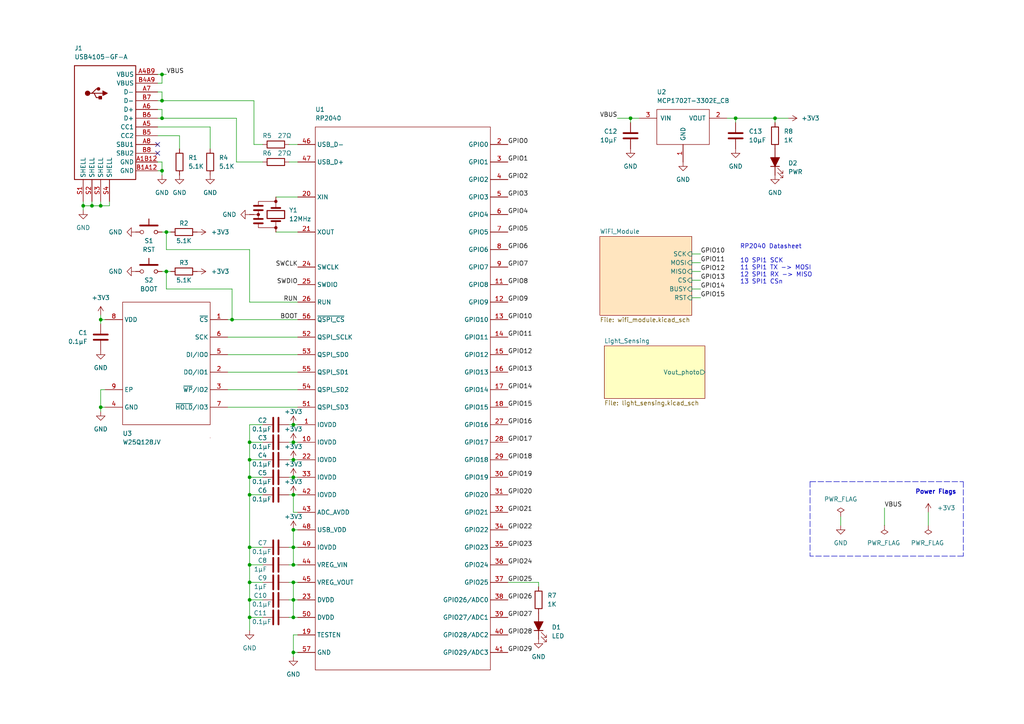
<source format=kicad_sch>
(kicad_sch (version 20211123) (generator eeschema)
  (paper "A4")
  (lib_symbols
    (symbol "Device:C" (pin_numbers hide) (pin_names (offset 0.254))
      (property "Reference" "C" (at 0.635 2.54 0))
      (property "Value" "C" (at 0.635 -2.54 0))
      (symbol "C_0_1"
        (polyline (pts (xy -2.032 -0.762) (xy 2.032 -0.762)) (stroke (width 0.508)))
        (polyline (pts (xy -2.032 0.762) (xy 2.032 0.762)) (stroke (width 0.508)))
      )
      (symbol "C_1_1"
        (pin passive line (at 0 3.81 270) (length 2.794) (name "~") (number "1"))
        (pin passive line (at 0 -3.81 90) (length 2.794) (name "~") (number "2"))
      )
    )
    (symbol "Device:LED_Filled" (pin_numbers hide) (pin_names (offset 1.016) hide)
      (property "Reference" "D" (at 0 2.54 0))
      (property "Value" "LED_Filled" (at 0 -2.54 0))
      (symbol "LED_Filled_0_1"
        (polyline (pts (xy -1.27 -1.27) (xy -1.27 1.27)) (stroke (width 0.254)))
        (polyline (pts (xy -1.27 0) (xy 1.27 0)))
        (polyline (pts (xy 1.27 -1.27) (xy 1.27 1.27) (xy -1.27 0) (xy 1.27 -1.27)) (stroke (width 0.254)) (fill (type outline)))
        (polyline (pts (xy -3.048 -0.762) (xy -4.572 -2.286) (xy -3.81 -2.286) (xy -4.572 -2.286) (xy -4.572 -1.524)))
        (polyline (pts (xy -1.778 -0.762) (xy -3.302 -2.286) (xy -2.54 -2.286) (xy -3.302 -2.286) (xy -3.302 -1.524)))
      )
      (symbol "LED_Filled_1_1"
        (pin passive line (at -3.81 0 0) (length 2.54) (name "K") (number "1"))
        (pin passive line (at 3.81 0 180) (length 2.54) (name "A") (number "2"))
      )
    )
    (symbol "Device:R" (pin_numbers hide) (pin_names (offset 0))
      (property "Reference" "R" (at 2.032 0 90))
      (property "Value" "R" (at 0 0 90))
      (symbol "R_0_1"
        (rectangle (start -1.016 -2.54) (end 1.016 2.54) (stroke (width 0.254)))
      )
      (symbol "R_1_1"
        (pin passive line (at 0 3.81 270) (length 1.27) (name "~") (number "1"))
        (pin passive line (at 0 -3.81 90) (length 1.27) (name "~") (number "2"))
      )
    )
    (symbol "Eclectronics:Crystal" (pin_numbers hide) (pin_names (offset 1.016) hide)
      (property "Reference" "Y" (at 0 7.62 0))
      (property "Value" "Crystal" (at 0 5.08 0))
      (symbol "Crystal_0_1"
        (circle (center -3.81 0) (radius 0.2794) (stroke (width 0.381)))
        (circle (center -3.81 0.127) (radius 0.0001))
        (rectangle (start -1.143 2.54) (end 1.143 -2.54) (stroke (width 0.3048)))
        (circle (center 0 -5.08) (radius 0.2794) (stroke (width 0.381)))
        (polyline (pts (xy -3.81 0) (xy -1.905 0)))
        (polyline (pts (xy -2.54 -3.81) (xy -2.54 -6.35)) (stroke (width 0.508)))
        (polyline (pts (xy -1.905 -1.27) (xy -1.905 1.27)) (stroke (width 0.508)))
        (polyline (pts (xy -1.27 -5.08) (xy 1.27 -5.08)))
        (polyline (pts (xy -1.27 -3.81) (xy -1.27 -6.35)) (stroke (width 0.508)))
        (polyline (pts (xy 0 -6.35) (xy 0 -5.08)))
        (polyline (pts (xy 1.27 -3.81) (xy 1.27 -6.35)) (stroke (width 0.508)))
        (polyline (pts (xy 1.905 -1.27) (xy 1.905 1.27)) (stroke (width 0.508)))
        (polyline (pts (xy 2.54 -3.81) (xy 2.54 -6.35)) (stroke (width 0.508)))
        (polyline (pts (xy 3.81 0) (xy 1.905 0)))
        (polyline (pts (xy -3.81 0) (xy -3.81 -5.08) (xy -2.54 -5.08)))
        (polyline (pts (xy 2.54 -5.08) (xy 3.81 -5.08) (xy 3.81 0)))
        (circle (center 3.81 0) (radius 0.2794) (stroke (width 0.381)))
      )
      (symbol "Crystal_1_1"
        (pin passive line (at -5.08 0 0) (length 1.27) (name "1") (number "1"))
        (pin passive line (at 0 -7.62 90) (length 1.27) (name "2") (number "2"))
        (pin passive line (at 5.08 0 180) (length 1.27) (name "3") (number "3"))
      )
    )
    (symbol "Eclectronics:MCP1702T-3302E_CB" (pin_names (offset 1.016))
      (property "Reference" "U" (at 0 8.89 0))
      (property "Value" "MCP1702T-3302E_CB" (at 0 6.35 0))
      (symbol "MCP1702T-3302E_CB_0_1"
        (rectangle (start 7.62 5.08) (end -7.62 -5.08))
      )
      (symbol "MCP1702T-3302E_CB_1_1"
        (pin input line (at 0 -10.16 90) (length 5.08) (name "GND") (number "1"))
        (pin input line (at 12.7 2.54 180) (length 5.08) (name "VOUT") (number "2"))
        (pin input line (at -12.7 2.54 0) (length 5.08) (name "VIN") (number "3"))
      )
    )
    (symbol "Eclectronics:RP2040"
      (property "Reference" "U" (at -25.4 82.55 0))
      (property "Value" "RP2040" (at -25.4 80.01 0))
      (symbol "RP2040_0_1"
        (rectangle (start -25.4 78.74) (end 25.4 -78.74))
        (rectangle (start 22.86 73.66) (end 22.86 73.66))
        (rectangle (start 22.86 73.66) (end 22.86 73.66))
      )
      (symbol "RP2040_1_1"
        (pin power_in line (at -30.48 -7.62 0) (length 5.08) (name "IOVDD") (number "1"))
        (pin power_in line (at -30.48 -12.7 0) (length 5.08) (name "IOVDD") (number "10"))
        (pin bidirectional line (at 30.48 33.02 180) (length 5.08) (name "GPIO8") (number "11"))
        (pin bidirectional line (at 30.48 27.94 180) (length 5.08) (name "GPIO9") (number "12"))
        (pin bidirectional line (at 30.48 22.86 180) (length 5.08) (name "GPIO10") (number "13"))
        (pin bidirectional line (at 30.48 17.78 180) (length 5.08) (name "GPIO11") (number "14"))
        (pin bidirectional line (at 30.48 12.7 180) (length 5.08) (name "GPIO12") (number "15"))
        (pin bidirectional line (at 30.48 7.62 180) (length 5.08) (name "GPIO13") (number "16"))
        (pin bidirectional line (at 30.48 2.54 180) (length 5.08) (name "GPIO14") (number "17"))
        (pin bidirectional line (at 30.48 -2.54 180) (length 5.08) (name "GPIO15") (number "18"))
        (pin input line (at -30.48 -68.58 0) (length 5.08) (name "TESTEN") (number "19"))
        (pin bidirectional line (at 30.48 73.66 180) (length 5.08) (name "GPIO0") (number "2"))
        (pin bidirectional line (at -30.48 58.42 0) (length 5.08) (name "XIN") (number "20"))
        (pin bidirectional line (at -30.48 48.26 0) (length 5.08) (name "XOUT") (number "21"))
        (pin power_in line (at -30.48 -17.78 0) (length 5.08) (name "IOVDD") (number "22"))
        (pin power_in line (at -30.48 -58.42 0) (length 5.08) (name "DVDD") (number "23"))
        (pin bidirectional line (at -30.48 38.1 0) (length 5.08) (name "SWCLK") (number "24"))
        (pin bidirectional line (at -30.48 33.02 0) (length 5.08) (name "SWDIO") (number "25"))
        (pin bidirectional line (at -30.48 27.94 0) (length 5.08) (name "RUN") (number "26"))
        (pin bidirectional line (at 30.48 -7.62 180) (length 5.08) (name "GPIO16") (number "27"))
        (pin bidirectional line (at 30.48 -12.7 180) (length 5.08) (name "GPIO17") (number "28"))
        (pin bidirectional line (at 30.48 -17.78 180) (length 5.08) (name "GPIO18") (number "29"))
        (pin bidirectional line (at 30.48 68.58 180) (length 5.08) (name "GPIO1") (number "3"))
        (pin bidirectional line (at 30.48 -22.86 180) (length 5.08) (name "GPIO19") (number "30"))
        (pin bidirectional line (at 30.48 -27.94 180) (length 5.08) (name "GPIO20") (number "31"))
        (pin bidirectional line (at 30.48 -33.02 180) (length 5.08) (name "GPIO21") (number "32"))
        (pin power_in line (at -30.48 -22.86 0) (length 5.08) (name "IOVDD") (number "33"))
        (pin bidirectional line (at 30.48 -38.1 180) (length 5.08) (name "GPIO22") (number "34"))
        (pin bidirectional line (at 30.48 -43.18 180) (length 5.08) (name "GPIO23") (number "35"))
        (pin bidirectional line (at 30.48 -48.26 180) (length 5.08) (name "GPIO24") (number "36"))
        (pin bidirectional line (at 30.48 -53.34 180) (length 5.08) (name "GPIO25") (number "37"))
        (pin bidirectional line (at 30.48 -58.42 180) (length 5.08) (name "GPIO26/ADC0") (number "38"))
        (pin bidirectional line (at 30.48 -63.5 180) (length 5.08) (name "GPIO27/ADC1") (number "39"))
        (pin bidirectional line (at 30.48 63.5 180) (length 5.08) (name "GPIO2") (number "4"))
        (pin bidirectional line (at 30.48 -68.58 180) (length 5.08) (name "GPIO28/ADC2") (number "40"))
        (pin bidirectional line (at 30.48 -73.66 180) (length 5.08) (name "GPIO29/ADC3") (number "41"))
        (pin power_in line (at -30.48 -27.94 0) (length 5.08) (name "IOVDD") (number "42"))
        (pin power_in line (at -30.48 -33.02 0) (length 5.08) (name "ADC_AVDD") (number "43"))
        (pin power_in line (at -30.48 -48.26 0) (length 5.08) (name "VREG_VIN") (number "44"))
        (pin power_out line (at -30.48 -53.34 0) (length 5.08) (name "VREG_VOUT") (number "45"))
        (pin bidirectional line (at -30.48 73.66 0) (length 5.08) (name "USB_D-") (number "46"))
        (pin bidirectional line (at -30.48 68.58 0) (length 5.08) (name "USB_D+") (number "47"))
        (pin power_in line (at -30.48 -38.1 0) (length 5.08) (name "USB_VDD") (number "48"))
        (pin power_in line (at -30.48 -43.18 0) (length 5.08) (name "IOVDD") (number "49"))
        (pin bidirectional line (at 30.48 58.42 180) (length 5.08) (name "GPIO3") (number "5"))
        (pin power_in line (at -30.48 -63.5 0) (length 5.08) (name "DVDD") (number "50"))
        (pin bidirectional line (at -30.48 -2.54 0) (length 5.08) (name "QSPI_SD3") (number "51"))
        (pin bidirectional line (at -30.48 17.78 0) (length 5.08) (name "QSPI_SCLK") (number "52"))
        (pin bidirectional line (at -30.48 12.7 0) (length 5.08) (name "QSPI_SD0") (number "53"))
        (pin bidirectional line (at -30.48 2.54 0) (length 5.08) (name "QSPI_SD2") (number "54"))
        (pin bidirectional line (at -30.48 7.62 0) (length 5.08) (name "QSPI_SD1") (number "55"))
        (pin bidirectional line (at -30.48 22.86 0) (length 5.08) (name "~{QSPI_CS}") (number "56"))
        (pin power_in line (at -30.48 -73.66 0) (length 5.08) (name "GND") (number "57"))
        (pin bidirectional line (at 30.48 53.34 180) (length 5.08) (name "GPIO4") (number "6"))
        (pin bidirectional line (at 30.48 48.26 180) (length 5.08) (name "GPIO5") (number "7"))
        (pin bidirectional line (at 30.48 43.18 180) (length 5.08) (name "GPIO6") (number "8"))
        (pin bidirectional line (at 30.48 38.1 180) (length 5.08) (name "GPIO7") (number "9"))
      )
    )
    (symbol "Eclectronics:SW" (pin_numbers hide) (pin_names (offset 1.016) hide)
      (property "Reference" "S" (at 1.27 2.54 0))
      (property "Value" "SW" (at 1.27 -2.54 0))
      (symbol "SW_0_1"
        (circle (center 0 -2.032) (radius 0.508))
        (polyline (pts (xy -1.905 -2.54) (xy -1.905 2.54)) (stroke (width 0.508)))
        (polyline (pts (xy -1.905 0) (xy -3.81 0)) (stroke (width 0.254)))
        (circle (center 0 2.032) (radius 0.508))
        (circle (center 0 2.032) (radius 0.508))
      )
      (symbol "SW_1_1"
        (pin input line (at 0 -3.81 90) (length 1.27) (name "1") (number "1"))
        (pin input line (at 0 3.81 270) (length 1.27) (name "2") (number "2"))
      )
    )
    (symbol "Eclectronics:USB4105-GF-A"
      (property "Reference" "J" (at -8.89 20.32 0))
      (property "Value" "USB4105-GF-A" (at -8.89 17.78 0))
      (symbol "USB4105-GF-A_0_1"
        (rectangle (start -8.89 16.51) (end 8.89 -16.51) (stroke (width 0.254)))
        (circle (center -5.08 8.509) (radius 0.635) (stroke (width 0.254)) (fill (type outline)))
        (circle (center -1.905 9.779) (radius 0.381) (stroke (width 0.254)) (fill (type outline)))
        (rectangle (start -1.016 7.62) (end -1.778 6.858) (stroke (width 0.254)) (fill (type outline)))
        (polyline (pts (xy -3.175 8.509) (xy -0.635 8.509)) (stroke (width 0.254)))
        (polyline (pts (xy -4.445 8.509) (xy -3.81 8.509) (xy -2.54 9.779) (xy -1.905 9.779)) (stroke (width 0.254)))
        (polyline (pts (xy -3.81 8.509) (xy -3.175 8.509) (xy -2.54 7.239) (xy -1.27 7.239)) (stroke (width 0.254)))
        (polyline (pts (xy -0.635 9.144) (xy -0.635 7.874) (xy 0.635 8.509) (xy -0.635 9.144)) (stroke (width 0.254)) (fill (type outline)))
      )
      (symbol "USB4105-GF-A_1_1"
        (pin power_in line (at 15.24 -11.43 180) (length 6.35) (name "GND") (number "A1B12"))
        (pin power_in line (at 15.24 13.97 180) (length 6.35) (name "VBUS") (number "A4B9"))
        (pin bidirectional line (at 15.24 -1.27 180) (length 6.35) (name "CC1") (number "A5"))
        (pin bidirectional line (at 15.24 3.81 180) (length 6.35) (name "D+") (number "A6"))
        (pin bidirectional line (at 15.24 8.89 180) (length 6.35) (name "D-") (number "A7"))
        (pin bidirectional line (at 15.24 -6.35 180) (length 6.35) (name "SBU1") (number "A8"))
        (pin power_in line (at 15.24 -13.97 180) (length 6.35) (name "GND") (number "B1A12"))
        (pin power_in line (at 15.24 11.43 180) (length 6.35) (name "VBUS") (number "B4A9"))
        (pin bidirectional line (at 15.24 -3.81 180) (length 6.35) (name "CC2") (number "B5"))
        (pin bidirectional line (at 15.24 1.27 180) (length 6.35) (name "D+") (number "B6"))
        (pin bidirectional line (at 15.24 6.35 180) (length 6.35) (name "D-") (number "B7"))
        (pin bidirectional line (at 15.24 -8.89 180) (length 6.35) (name "SBU2") (number "B8"))
        (pin power_in line (at -6.35 -22.86 90) (length 6.35) (name "SHELL") (number "S1"))
        (pin power_in line (at -3.81 -22.86 90) (length 6.35) (name "SHELL") (number "S2"))
        (pin power_in line (at -1.27 -22.86 90) (length 6.35) (name "SHELL") (number "S3"))
        (pin power_in line (at 1.27 -22.86 90) (length 6.35) (name "SHELL") (number "S4"))
      )
    )
    (symbol "Eclectronics:W25Q128JV"
      (property "Reference" "U" (at -12.7 21.59 0))
      (property "Value" "W25Q128JV" (at -12.7 19.05 0))
      (symbol "W25Q128JV_0_1"
        (rectangle (start -12.7 17.78) (end 12.7 -17.78))
        (rectangle (start 12.7 -21.59) (end 12.7 -21.59))
      )
      (symbol "W25Q128JV_1_1"
        (pin input line (at 17.78 12.7 180) (length 5.08) (name "~{CS}") (number "1"))
        (pin bidirectional line (at 17.78 -2.54 180) (length 5.08) (name "DO/IO1") (number "2"))
        (pin bidirectional line (at 17.78 -7.62 180) (length 5.08) (name "~{WP}/IO2") (number "3"))
        (pin power_in line (at -17.78 -12.7 0) (length 5.08) (name "GND") (number "4"))
        (pin bidirectional line (at 17.78 2.54 180) (length 5.08) (name "DI/IO0") (number "5"))
        (pin input line (at 17.78 7.62 180) (length 5.08) (name "SCK") (number "6"))
        (pin bidirectional line (at 17.78 -12.7 180) (length 5.08) (name "~{HOLD}/IO3") (number "7"))
        (pin power_in line (at -17.78 12.7 0) (length 5.08) (name "VDD") (number "8"))
        (pin power_in line (at -17.78 -7.62 0) (length 5.08) (name "EP") (number "9"))
      )
    )
    (symbol "power:+3V3" (power) (pin_names (offset 0))
      (property "Value" "+3V3" (at 0 3.556 0))
      (symbol "+3V3_0_1"
        (polyline (pts (xy -0.762 1.27) (xy 0 2.54)))
        (polyline (pts (xy 0 0) (xy 0 2.54)))
        (polyline (pts (xy 0 2.54) (xy 0.762 1.27)))
      )
      (symbol "+3V3_1_1"
        (pin power_in line (at 0 0 90) (length 0) hide (name "+3V3") (number "1"))
      )
    )
    (symbol "power:GND" (power) (pin_names (offset 0))
      (property "Value" "GND" (at 0 -3.81 0))
      (symbol "GND_0_1"
        (polyline (pts (xy 0 0) (xy 0 -1.27) (xy 1.27 -1.27) (xy 0 -2.54) (xy -1.27 -1.27) (xy 0 -1.27)))
      )
      (symbol "GND_1_1"
        (pin power_in line (at 0 0 270) (length 0) hide (name "GND") (number "1"))
      )
    )
    (symbol "power:PWR_FLAG" (power) (pin_numbers hide) (pin_names (offset 0) hide)
      (property "Value" "PWR_FLAG" (at 0 3.81 0))
      (symbol "PWR_FLAG_0_0"
        (pin power_out line (at 0 0 90) (length 0) (name "pwr") (number "1"))
      )
      (symbol "PWR_FLAG_0_1"
        (polyline (pts (xy 0 0) (xy 0 1.27) (xy -1.016 1.905) (xy 0 2.54) (xy 1.016 1.905) (xy 0 1.27)))
      )
    )
  )
  (junction (at 72.39 138.43))
  (junction (at 46.99 34.29))
  (junction (at 85.09 189.23))
  (junction (at 48.26 78.74))
  (junction (at 85.09 138.43))
  (junction (at 72.39 173.99))
  (junction (at 29.21 59.69))
  (junction (at 72.39 143.51))
  (junction (at 85.09 143.51))
  (junction (at 26.67 59.69))
  (junction (at 85.09 168.91))
  (junction (at 48.26 67.31))
  (junction (at 85.09 123.19))
  (junction (at 224.79 34.29))
  (junction (at 46.99 49.53))
  (junction (at 85.09 128.27))
  (junction (at 72.39 128.27))
  (junction (at 67.31 92.71))
  (junction (at 72.39 158.75))
  (junction (at 72.39 168.91))
  (junction (at 85.09 153.67))
  (junction (at 85.09 173.99))
  (junction (at 85.09 158.75))
  (junction (at 85.09 163.83))
  (junction (at 182.88 34.29))
  (junction (at 72.39 163.83))
  (junction (at 29.21 118.11))
  (junction (at 72.39 179.07))
  (junction (at 46.99 21.59))
  (junction (at 213.36 34.29))
  (junction (at 85.09 133.35))
  (junction (at 72.39 133.35))
  (junction (at 46.99 29.21))
  (junction (at 24.13 59.69))
  (junction (at 85.09 179.07))
  (junction (at 29.21 92.71))
  (no_connect (at 45.72 41.91))
  (no_connect (at 45.72 44.45))
  (polyline (pts (xy 279.4 139.7) (xy 279.4 161.29)))
  (wire (pts (xy 85.09 143.51) (xy 86.36 143.51)))
  (wire (pts (xy 200.66 73.66) (xy 203.2 73.66)))
  (wire (pts (xy 45.72 39.37) (xy 52.07 39.37)))
  (wire (pts (xy 46.99 31.75) (xy 45.72 31.75)))
  (wire (pts (xy 45.72 34.29) (xy 46.99 34.29)))
  (polyline (pts (xy 279.4 161.29) (xy 234.95 161.29)))
  (wire (pts (xy 83.82 173.99) (xy 85.09 173.99)))
  (wire (pts (xy 67.31 92.71) (xy 86.36 92.71)))
  (wire (pts (xy 66.04 113.03) (xy 86.36 113.03)))
  (wire (pts (xy 72.39 128.27) (xy 72.39 123.19)))
  (wire (pts (xy 72.39 143.51) (xy 76.2 143.51)))
  (wire (pts (xy 83.82 133.35) (xy 85.09 133.35)))
  (wire (pts (xy 72.39 138.43) (xy 76.2 138.43)))
  (wire (pts (xy 83.82 138.43) (xy 85.09 138.43)))
  (wire (pts (xy 29.21 92.71) (xy 30.48 92.71)))
  (wire (pts (xy 72.39 143.51) (xy 72.39 138.43)))
  (wire (pts (xy 85.09 148.59) (xy 86.36 148.59)))
  (wire (pts (xy 147.32 168.91) (xy 156.21 168.91)))
  (wire (pts (xy 182.88 34.29) (xy 185.42 34.29)))
  (wire (pts (xy 85.09 143.51) (xy 85.09 148.59)))
  (wire (pts (xy 46.99 46.99) (xy 46.99 49.53)))
  (wire (pts (xy 46.99 21.59) (xy 48.26 21.59)))
  (wire (pts (xy 85.09 189.23) (xy 85.09 190.5)))
  (wire (pts (xy 29.21 118.11) (xy 29.21 119.38)))
  (wire (pts (xy 72.39 72.39) (xy 72.39 87.63)))
  (wire (pts (xy 29.21 93.98) (xy 29.21 92.71)))
  (wire (pts (xy 72.39 163.83) (xy 72.39 158.75)))
  (wire (pts (xy 200.66 78.74) (xy 203.2 78.74)))
  (wire (pts (xy 46.99 49.53) (xy 46.99 50.8)))
  (wire (pts (xy 85.09 158.75) (xy 86.36 158.75)))
  (wire (pts (xy 85.09 163.83) (xy 86.36 163.83)))
  (polyline (pts (xy 234.95 139.7) (xy 234.95 161.29)))
  (wire (pts (xy 73.66 29.21) (xy 73.66 41.91)))
  (wire (pts (xy 68.58 46.99) (xy 76.2 46.99)))
  (wire (pts (xy 45.72 36.83) (xy 60.96 36.83)))
  (wire (pts (xy 80.01 57.15) (xy 86.36 57.15)))
  (wire (pts (xy 213.36 34.29) (xy 213.36 35.56)))
  (wire (pts (xy 86.36 184.15) (xy 85.09 184.15)))
  (wire (pts (xy 86.36 123.19) (xy 85.09 123.19)))
  (wire (pts (xy 80.01 67.31) (xy 86.36 67.31)))
  (wire (pts (xy 200.66 83.82) (xy 203.2 83.82)))
  (wire (pts (xy 66.04 102.87) (xy 86.36 102.87)))
  (wire (pts (xy 24.13 58.42) (xy 24.13 59.69)))
  (wire (pts (xy 85.09 179.07) (xy 86.36 179.07)))
  (wire (pts (xy 46.99 29.21) (xy 45.72 29.21)))
  (wire (pts (xy 72.39 158.75) (xy 76.2 158.75)))
  (wire (pts (xy 269.24 148.59) (xy 269.24 152.4)))
  (wire (pts (xy 26.67 58.42) (xy 26.67 59.69)))
  (wire (pts (xy 213.36 34.29) (xy 224.79 34.29)))
  (wire (pts (xy 72.39 163.83) (xy 76.2 163.83)))
  (wire (pts (xy 66.04 118.11) (xy 86.36 118.11)))
  (wire (pts (xy 48.26 83.82) (xy 67.31 83.82)))
  (wire (pts (xy 83.82 168.91) (xy 85.09 168.91)))
  (wire (pts (xy 83.82 46.99) (xy 86.36 46.99)))
  (wire (pts (xy 224.79 34.29) (xy 228.6 34.29)))
  (wire (pts (xy 45.72 46.99) (xy 46.99 46.99)))
  (wire (pts (xy 48.26 67.31) (xy 49.53 67.31)))
  (wire (pts (xy 29.21 113.03) (xy 29.21 118.11)))
  (wire (pts (xy 86.36 168.91) (xy 85.09 168.91)))
  (wire (pts (xy 85.09 153.67) (xy 86.36 153.67)))
  (wire (pts (xy 30.48 118.11) (xy 29.21 118.11)))
  (wire (pts (xy 48.26 72.39) (xy 72.39 72.39)))
  (wire (pts (xy 72.39 133.35) (xy 76.2 133.35)))
  (wire (pts (xy 72.39 123.19) (xy 76.2 123.19)))
  (wire (pts (xy 24.13 59.69) (xy 26.67 59.69)))
  (wire (pts (xy 46.99 67.31) (xy 48.26 67.31)))
  (wire (pts (xy 30.48 113.03) (xy 29.21 113.03)))
  (wire (pts (xy 72.39 87.63) (xy 86.36 87.63)))
  (wire (pts (xy 83.82 179.07) (xy 85.09 179.07)))
  (wire (pts (xy 156.21 170.18) (xy 156.21 168.91)))
  (wire (pts (xy 72.39 168.91) (xy 72.39 163.83)))
  (wire (pts (xy 72.39 138.43) (xy 72.39 133.35)))
  (wire (pts (xy 83.82 163.83) (xy 85.09 163.83)))
  (wire (pts (xy 46.99 49.53) (xy 45.72 49.53)))
  (wire (pts (xy 200.66 81.28) (xy 203.2 81.28)))
  (wire (pts (xy 48.26 67.31) (xy 48.26 72.39)))
  (wire (pts (xy 52.07 39.37) (xy 52.07 43.18)))
  (wire (pts (xy 66.04 107.95) (xy 86.36 107.95)))
  (wire (pts (xy 46.99 34.29) (xy 46.99 31.75)))
  (wire (pts (xy 48.26 78.74) (xy 49.53 78.74)))
  (wire (pts (xy 29.21 58.42) (xy 29.21 59.69)))
  (wire (pts (xy 46.99 78.74) (xy 48.26 78.74)))
  (wire (pts (xy 83.82 158.75) (xy 85.09 158.75)))
  (wire (pts (xy 83.82 143.51) (xy 85.09 143.51)))
  (wire (pts (xy 72.39 128.27) (xy 76.2 128.27)))
  (wire (pts (xy 45.72 21.59) (xy 46.99 21.59)))
  (wire (pts (xy 72.39 173.99) (xy 76.2 173.99)))
  (wire (pts (xy 31.75 59.69) (xy 31.75 58.42)))
  (wire (pts (xy 72.39 133.35) (xy 72.39 128.27)))
  (wire (pts (xy 60.96 36.83) (xy 60.96 43.18)))
  (wire (pts (xy 46.99 24.13) (xy 45.72 24.13)))
  (wire (pts (xy 48.26 78.74) (xy 48.26 83.82)))
  (wire (pts (xy 85.09 184.15) (xy 85.09 189.23)))
  (wire (pts (xy 24.13 60.96) (xy 24.13 59.69)))
  (wire (pts (xy 72.39 143.51) (xy 72.39 158.75)))
  (wire (pts (xy 29.21 91.44) (xy 29.21 92.71)))
  (wire (pts (xy 85.09 173.99) (xy 85.09 179.07)))
  (wire (pts (xy 85.09 173.99) (xy 86.36 173.99)))
  (wire (pts (xy 45.72 26.67) (xy 46.99 26.67)))
  (wire (pts (xy 72.39 173.99) (xy 72.39 168.91)))
  (wire (pts (xy 68.58 34.29) (xy 68.58 46.99)))
  (wire (pts (xy 200.66 86.36) (xy 203.2 86.36)))
  (wire (pts (xy 72.39 168.91) (xy 76.2 168.91)))
  (wire (pts (xy 83.82 128.27) (xy 85.09 128.27)))
  (wire (pts (xy 29.21 59.69) (xy 31.75 59.69)))
  (wire (pts (xy 66.04 97.79) (xy 86.36 97.79)))
  (wire (pts (xy 85.09 138.43) (xy 86.36 138.43)))
  (wire (pts (xy 243.84 149.86) (xy 243.84 152.4)))
  (wire (pts (xy 67.31 83.82) (xy 67.31 92.71)))
  (wire (pts (xy 182.88 35.56) (xy 182.88 34.29)))
  (wire (pts (xy 85.09 133.35) (xy 86.36 133.35)))
  (wire (pts (xy 46.99 21.59) (xy 46.99 24.13)))
  (polyline (pts (xy 234.95 139.7) (xy 279.4 139.7)))
  (wire (pts (xy 72.39 182.88) (xy 72.39 179.07)))
  (wire (pts (xy 26.67 59.69) (xy 29.21 59.69)))
  (wire (pts (xy 46.99 29.21) (xy 73.66 29.21)))
  (wire (pts (xy 256.54 147.32) (xy 256.54 152.4)))
  (wire (pts (xy 179.07 34.29) (xy 182.88 34.29)))
  (wire (pts (xy 85.09 168.91) (xy 85.09 173.99)))
  (wire (pts (xy 224.79 34.29) (xy 224.79 35.56)))
  (wire (pts (xy 66.04 92.71) (xy 67.31 92.71)))
  (wire (pts (xy 85.09 128.27) (xy 86.36 128.27)))
  (wire (pts (xy 72.39 179.07) (xy 72.39 173.99)))
  (wire (pts (xy 200.66 76.2) (xy 203.2 76.2)))
  (wire (pts (xy 86.36 189.23) (xy 85.09 189.23)))
  (wire (pts (xy 46.99 34.29) (xy 68.58 34.29)))
  (wire (pts (xy 72.39 179.07) (xy 76.2 179.07)))
  (wire (pts (xy 46.99 26.67) (xy 46.99 29.21)))
  (wire (pts (xy 210.82 34.29) (xy 213.36 34.29)))
  (wire (pts (xy 85.09 153.67) (xy 85.09 158.75)))
  (wire (pts (xy 83.82 123.19) (xy 85.09 123.19)))
  (wire (pts (xy 83.82 41.91) (xy 86.36 41.91)))
  (wire (pts (xy 85.09 158.75) (xy 85.09 163.83)))
  (wire (pts (xy 73.66 41.91) (xy 76.2 41.91)))
  (text "Power Flags" (at 265.43 143.51 0) (effects (font (size 1.27 1.27) (thickness 0.254) bold) (justify left bottom)))
  (text "RP2040 Datasheet\n\n10 SPI1 SCK\n11 SPI1 TX -> MOSI\n12 SPI1 RX -> MISO\n13 SPI1 CSn" (at 214.63 82.55 0) (effects (font (size 1.27 1.27)) (justify left bottom)))
  (label "GPIO14" (at 147.32 113.03 0))
  (label "GPIO8" (at 147.32 82.55 0))
  (label "GPIO20" (at 147.32 143.51 0))
  (label "GPIO12" (at 147.32 102.87 0))
  (label "GPIO0" (at 147.32 41.91 0))
  (label "GPIO6" (at 147.32 72.39 0))
  (label "BOOT" (at 86.36 92.71 180))
  (label "GPIO2" (at 147.32 52.07 0))
  (label "GPIO13" (at 203.2 81.28 0))
  (label "SWCLK" (at 86.36 77.47 180))
  (label "GPIO10" (at 147.32 92.71 0))
  (label "GPIO11" (at 147.32 97.79 0))
  (label "GPIO11" (at 203.2 76.2 0))
  (label "GPIO15" (at 147.32 118.11 0))
  (label "GPIO15" (at 203.2 86.36 0))
  (label "GPIO27" (at 147.32 179.07 0))
  (label "GPIO21" (at 147.32 148.59 0))
  (label "GPIO5" (at 147.32 67.31 0))
  (label "GPIO22" (at 147.32 153.67 0))
  (label "GPIO10" (at 203.2 73.66 0))
  (label "GPIO19" (at 147.32 138.43 0))
  (label "GPIO17" (at 147.32 128.27 0))
  (label "GPIO28" (at 147.32 184.15 0))
  (label "GPIO25" (at 147.32 168.91 0))
  (label "GPIO4" (at 147.32 62.23 0))
  (label "GPIO7" (at 147.32 77.47 0))
  (label "GPIO16" (at 147.32 123.19 0))
  (label "GPIO18" (at 147.32 133.35 0))
  (label "GPIO29" (at 147.32 189.23 0))
  (label "GPIO9" (at 147.32 87.63 0))
  (label "GPIO12" (at 203.2 78.74 0))
  (label "GPIO3" (at 147.32 57.15 0))
  (label "GPIO23" (at 147.32 158.75 0))
  (label "VBUS" (at 179.07 34.29 180))
  (label "GPIO24" (at 147.32 163.83 0))
  (label "RUN" (at 86.36 87.63 180))
  (label "GPIO14" (at 203.2 83.82 0))
  (label "VBUS" (at 48.26 21.59 0))
  (label "VBUS" (at 256.54 147.32 0))
  (label "GPIO13" (at 147.32 107.95 0))
  (label "GPIO26" (at 147.32 173.99 0))
  (label "SWDIO" (at 86.36 82.55 180))
  (label "GPIO1" (at 147.32 46.99 0))
  (symbol (lib_id "Device:C") (at 80.01 138.43 270) (unit 1)
    (property "Reference" "C5" (at 77.47 137.16 90) (effects (justify right)))
    (property "Value" "0.1µF" (at 78.74 139.7 90) (effects (justify right)))
    (property "Footprint" "Final_project:CL10B104JB8NNNC" (effects hide))
  )
  (symbol (lib_id "Device:R") (at 156.21 173.99 0) (unit 1)
    (property "Reference" "R7" (at 158.75 172.7199 0) (effects (justify left)))
    (property "Value" "1K" (at 158.75 175.2599 0) (effects (justify left)))
    (property "Footprint" "Final_project:RC0603FR-071KL" (effects hide))
  )
  (symbol (lib_id "Device:C") (at 80.01 179.07 270) (unit 1)
    (property "Reference" "C11" (at 77.47 177.8 90) (effects (justify right)))
    (property "Value" "0.1µF" (at 78.74 180.34 90) (effects (justify right)))
    (property "Footprint" "Final_project:CL10B104JB8NNNC" (effects hide))
  )
  (symbol (lib_id "power:PWR_FLAG") (at 243.84 149.86 0) (unit 1)
    (property "Reference" "#FLG0103" (effects hide))
    (property "Value" "PWR_FLAG" (at 243.84 144.78 0))
  )
  (symbol (lib_id "power:GND") (at 198.12 46.99 0) (unit 1)
    (property "Reference" "#PWR0116" (effects hide))
    (property "Value" "GND" (at 198.12 52.07 0))
  )
  (symbol (lib_id "Eclectronics:USB4105-GF-A") (at 30.48 35.56 0) (unit 1)
    (property "Reference" "J1" (at 21.59 13.97 0) (effects (justify left)))
    (property "Value" "USB4105-GF-A" (at 21.59 16.51 0) (effects (justify left)))
    (property "Footprint" "Final_project:USB4105-GF-A" (effects hide))
  )
  (symbol (lib_id "power:PWR_FLAG") (at 256.54 152.4 180) (unit 1)
    (property "Reference" "#FLG0102" (effects hide))
    (property "Value" "PWR_FLAG" (at 251.46 157.48 0) (effects (justify right)))
  )
  (symbol (lib_id "power:GND") (at 72.39 62.23 270) (unit 1)
    (property "Reference" "#PWR0107" (effects hide))
    (property "Value" "GND" (at 68.58 62.2299 90) (effects (justify right)))
  )
  (symbol (lib_id "Device:C") (at 182.88 39.37 0) (mirror x) (unit 1)
    (property "Reference" "C12" (at 179.07 38.0999 0) (effects (justify right)))
    (property "Value" "10µF" (at 179.07 40.6399 0) (effects (justify right)))
    (property "Footprint" "Final_project:GRM188R61E106KA73D" (effects hide))
  )
  (symbol (lib_id "power:+3V3") (at 85.09 143.51 0) (unit 1)
    (property "Reference" "#PWR0124" (effects hide))
    (property "Value" "+3V3" (at 85.09 139.7 0))
  )
  (symbol (lib_id "Eclectronics:MCP1702T-3302E_CB") (at 198.12 36.83 0) (unit 1)
    (property "Reference" "U2" (at 190.5 26.67 0) (effects (justify left)))
    (property "Value" "MCP1702T-3302E_CB" (at 190.5 29.21 0) (effects (justify left)))
    (property "Footprint" "MP1:MCP1702T-3302E&slash_CB" (effects hide))
  )
  (symbol (lib_id "power:+3V3") (at 57.15 67.31 270) (unit 1)
    (property "Reference" "#PWR0108" (effects hide))
    (property "Value" "+3V3" (at 61.214 67.3099 90) (effects (justify left)))
  )
  (symbol (lib_id "power:GND") (at 29.21 119.38 0) (unit 1)
    (property "Reference" "#PWR0101" (effects hide))
    (property "Value" "GND" (at 29.21 124.46 0))
  )
  (symbol (lib_id "Device:R") (at 53.34 78.74 90) (unit 1)
    (property "Reference" "R3" (at 53.34 76.2 90))
    (property "Value" "5.1K" (at 53.34 81.28 90))
    (property "Footprint" "Final_project:RES_ERJ3EKF5101V" (effects hide))
  )
  (symbol (lib_id "Device:C") (at 29.21 97.79 0) (mirror x) (unit 1)
    (property "Reference" "C1" (at 25.4 96.5199 0) (effects (justify right)))
    (property "Value" "0.1µF" (at 25.4 99.0599 0) (effects (justify right)))
    (property "Footprint" "Final_project:CL10B104JB8NNNC" (effects hide))
  )
  (symbol (lib_id "power:GND") (at 224.79 50.8 0) (unit 1)
    (property "Reference" "#PWR0115" (effects hide))
    (property "Value" "GND" (at 224.79 55.88 0))
  )
  (symbol (lib_id "power:GND") (at 39.37 78.74 270) (unit 1)
    (property "Reference" "#PWR0110" (effects hide))
    (property "Value" "GND" (at 35.56 78.7399 90) (effects (justify right)))
  )
  (symbol (lib_id "power:+3V3") (at 85.09 138.43 0) (unit 1)
    (property "Reference" "#PWR0125" (effects hide))
    (property "Value" "+3V3" (at 85.09 134.62 0))
  )
  (symbol (lib_id "Device:C") (at 80.01 163.83 270) (unit 1)
    (property "Reference" "C8" (at 77.47 162.56 90) (effects (justify right)))
    (property "Value" "1µF" (at 77.47 165.1 90) (effects (justify right)))
    (property "Footprint" "Final_project:CL10B105KA8NNNC" (effects hide))
  )
  (symbol (lib_id "Device:R") (at 80.01 46.99 90) (unit 1)
    (property "Reference" "R6" (at 77.47 44.45 90))
    (property "Value" "27Ω" (at 82.55 44.45 90))
    (property "Footprint" "Final_project:RC0603FR-071KL" (effects hide))
  )
  (symbol (lib_id "Device:C") (at 80.01 158.75 270) (unit 1)
    (property "Reference" "C7" (at 77.47 157.48 90) (effects (justify right)))
    (property "Value" "0.1µF" (at 78.74 160.02 90) (effects (justify right)))
    (property "Footprint" "Final_project:CL10B104JB8NNNC" (effects hide))
  )
  (symbol (lib_id "power:+3V3") (at 85.09 153.67 0) (unit 1)
    (property "Reference" "#PWR0126" (effects hide))
    (property "Value" "+3V3" (at 85.09 149.86 0))
  )
  (symbol (lib_id "Device:R") (at 52.07 46.99 0) (unit 1)
    (property "Reference" "R1" (at 54.61 45.7199 0) (effects (justify left)))
    (property "Value" "5.1K" (at 54.61 48.2599 0) (effects (justify left)))
    (property "Footprint" "Final_project:RES_ERJ3EKF5101V" (effects hide))
  )
  (symbol (lib_id "Device:LED_Filled") (at 224.79 46.99 90) (unit 1)
    (property "Reference" "D2" (at 228.6 47.3074 90) (effects (justify right)))
    (property "Value" "PWR" (at 228.6 49.8474 90) (effects (justify right)))
    (property "Footprint" "Final_project:LTST-C170TGKT" (effects hide))
  )
  (symbol (lib_id "power:+3V3") (at 57.15 78.74 270) (unit 1)
    (property "Reference" "#PWR0109" (effects hide))
    (property "Value" "+3V3" (at 61.214 78.7399 90) (effects (justify left)))
  )
  (symbol (lib_id "power:+3V3") (at 85.09 133.35 0) (unit 1)
    (property "Reference" "#PWR0123" (effects hide))
    (property "Value" "+3V3" (at 85.09 129.54 0))
  )
  (symbol (lib_id "power:GND") (at 46.99 50.8 0) (unit 1)
    (property "Reference" "#PWR0103" (effects hide))
    (property "Value" "GND" (at 46.99 55.88 0))
  )
  (symbol (lib_id "power:+3V3") (at 85.09 123.19 0) (unit 1)
    (property "Reference" "#PWR0120" (effects hide))
    (property "Value" "+3V3" (at 85.09 119.38 0))
  )
  (symbol (lib_id "power:GND") (at 182.88 43.18 0) (unit 1)
    (property "Reference" "#PWR0117" (effects hide))
    (property "Value" "GND" (at 182.88 48.26 0))
  )
  (symbol (lib_id "Eclectronics:SW") (at 43.18 78.74 270) (unit 1)
    (property "Reference" "S2" (at 43.18 81.28 90))
    (property "Value" "BOOT" (at 43.18 83.82 90))
    (property "Footprint" "Final_project:KXT321LHS" (effects hide))
  )
  (symbol (lib_id "Eclectronics:RP2040") (at 116.84 115.57 0) (unit 1)
    (property "Reference" "U1" (at 91.44 31.75 0) (effects (justify left)))
    (property "Value" "RP2040" (at 91.44 34.29 0) (effects (justify left)))
    (property "Footprint" "Final_project:RP2040" (effects hide))
    (property "Datasheet" "https://datasheets.raspberrypi.com/rp2040/rp2040-datasheet.pdf" (effects hide))
  )
  (symbol (lib_id "Device:R") (at 224.79 39.37 0) (unit 1)
    (property "Reference" "R8" (at 227.33 38.0999 0) (effects (justify left)))
    (property "Value" "1K" (at 227.33 40.6399 0) (effects (justify left)))
    (property "Footprint" "Final_project:RC0603FR-071KL" (effects hide))
  )
  (symbol (lib_id "Device:C") (at 80.01 128.27 270) (unit 1)
    (property "Reference" "C3" (at 77.47 127 90) (effects (justify right)))
    (property "Value" "0.1µF" (at 78.74 129.54 90) (effects (justify right)))
    (property "Footprint" "Final_project:CL10B104JB8NNNC" (effects hide))
  )
  (symbol (lib_id "power:PWR_FLAG") (at 269.24 152.4 180) (unit 1)
    (property "Reference" "#FLG0101" (effects hide))
    (property "Value" "PWR_FLAG" (at 264.16 157.48 0) (effects (justify right)))
  )
  (symbol (lib_id "power:+3V3") (at 269.24 148.59 0) (unit 1)
    (property "Reference" "#PWR0131" (effects hide))
    (property "Value" "+3V3" (at 271.78 147.3199 0) (effects (justify left)))
  )
  (symbol (lib_id "Device:R") (at 60.96 46.99 0) (unit 1)
    (property "Reference" "R4" (at 63.5 45.7199 0) (effects (justify left)))
    (property "Value" "5.1K" (at 63.5 48.2599 0) (effects (justify left)))
    (property "Footprint" "Final_project:RES_ERJ3EKF5101V" (effects hide))
  )
  (symbol (lib_id "power:GND") (at 156.21 185.42 0) (unit 1)
    (property "Reference" "#PWR0122" (effects hide))
    (property "Value" "GND" (at 156.21 190.5 0))
  )
  (symbol (lib_id "Device:C") (at 80.01 143.51 270) (unit 1)
    (property "Reference" "C6" (at 77.47 142.24 90) (effects (justify right)))
    (property "Value" "0.1µF" (at 78.74 144.78 90) (effects (justify right)))
    (property "Footprint" "Final_project:CL10B104JB8NNNC" (effects hide))
  )
  (symbol (lib_id "Device:R") (at 80.01 41.91 90) (unit 1)
    (property "Reference" "R5" (at 77.47 39.37 90))
    (property "Value" "27Ω" (at 82.55 39.37 90))
    (property "Footprint" "Final_project:RC0603FR-071KL" (effects hide))
  )
  (symbol (lib_id "power:+3V3") (at 29.21 91.44 0) (unit 1)
    (property "Reference" "#PWR0112" (effects hide))
    (property "Value" "+3V3" (at 29.21 86.36 0))
  )
  (symbol (lib_id "power:+3V3") (at 228.6 34.29 270) (unit 1)
    (property "Reference" "#PWR0113" (effects hide))
    (property "Value" "+3V3" (at 232.41 34.2899 90) (effects (justify left)))
  )
  (symbol (lib_id "power:GND") (at 72.39 182.88 0) (unit 1)
    (property "Reference" "#PWR0118" (effects hide))
    (property "Value" "GND" (at 72.39 187.96 0))
  )
  (symbol (lib_id "power:GND") (at 213.36 43.18 0) (unit 1)
    (property "Reference" "#PWR0114" (effects hide))
    (property "Value" "GND" (at 213.36 48.26 0))
  )
  (symbol (lib_id "power:GND") (at 243.84 152.4 0) (unit 1)
    (property "Reference" "#PWR0132" (effects hide))
    (property "Value" "GND" (at 243.84 157.48 0))
  )
  (symbol (lib_id "Eclectronics:Crystal") (at 80.01 62.23 270) (unit 1)
    (property "Reference" "Y1" (at 83.82 60.96 90) (effects (justify left)))
    (property "Value" "12MHz" (at 83.82 63.5 90) (effects (justify left)))
    (property "Footprint" "Final_project:CSTNE" (effects hide))
  )
  (symbol (lib_id "power:GND") (at 85.09 190.5 0) (unit 1)
    (property "Reference" "#PWR0119" (effects hide))
    (property "Value" "GND" (at 85.09 195.58 0))
  )
  (symbol (lib_id "Device:LED_Filled") (at 156.21 181.61 90) (unit 1)
    (property "Reference" "D1" (at 160.02 181.9274 90) (effects (justify right)))
    (property "Value" "LED" (at 160.02 184.4674 90) (effects (justify right)))
    (property "Footprint" "Final_project:LTST-C170TBKT" (effects hide))
  )
  (symbol (lib_id "power:+3V3") (at 85.09 128.27 0) (unit 1)
    (property "Reference" "#PWR0121" (effects hide))
    (property "Value" "+3V3" (at 85.09 124.46 0))
  )
  (symbol (lib_id "Device:R") (at 53.34 67.31 90) (unit 1)
    (property "Reference" "R2" (at 53.34 64.77 90))
    (property "Value" "5.1K" (at 53.34 69.85 90))
    (property "Footprint" "Final_project:RES_ERJ3EKF5101V" (effects hide))
  )
  (symbol (lib_id "Device:C") (at 80.01 168.91 270) (unit 1)
    (property "Reference" "C9" (at 77.47 167.64 90) (effects (justify right)))
    (property "Value" "1µF" (at 77.47 170.18 90) (effects (justify right)))
    (property "Footprint" "Final_project:CL10B105KA8NNNC" (effects hide))
  )
  (symbol (lib_id "Eclectronics:SW") (at 43.18 67.31 270) (unit 1)
    (property "Reference" "S1" (at 43.18 69.85 90))
    (property "Value" "RST" (at 43.18 72.39 90))
    (property "Footprint" "Final_project:KXT321LHS" (effects hide))
  )
  (symbol (lib_id "Device:C") (at 213.36 39.37 0) (unit 1)
    (property "Reference" "C13" (at 217.17 38.0999 0) (effects (justify left)))
    (property "Value" "10µF" (at 217.17 40.6399 0) (effects (justify left)))
    (property "Footprint" "Final_project:GRM188R61E106KA73D" (effects hide))
  )
  (symbol (lib_id "power:GND") (at 29.21 101.6 0) (unit 1)
    (property "Reference" "#PWR0102" (effects hide))
    (property "Value" "GND" (at 29.21 106.68 0))
  )
  (symbol (lib_id "Device:C") (at 80.01 123.19 270) (unit 1)
    (property "Reference" "C2" (at 77.47 121.92 90) (effects (justify right)))
    (property "Value" "0.1µF" (at 78.74 124.46 90) (effects (justify right)))
    (property "Footprint" "Final_project:CL10B104JB8NNNC" (effects hide))
  )
  (symbol (lib_id "Device:C") (at 80.01 173.99 270) (unit 1)
    (property "Reference" "C10" (at 77.47 172.72 90) (effects (justify right)))
    (property "Value" "0.1µF" (at 78.74 175.26 90) (effects (justify right)))
    (property "Footprint" "Final_project:CL10B104JB8NNNC" (effects hide))
  )
  (symbol (lib_id "Eclectronics:W25Q128JV") (at 48.26 105.41 0) (unit 1)
    (property "Reference" "U3" (at 35.56 125.73 0) (effects (justify left)))
    (property "Value" "W25Q128JV" (at 35.56 128.27 0) (effects (justify left)))
    (property "Footprint" "Final_project:MIC_WSON-8-M" (effects hide))
  )
  (symbol (lib_id "power:GND") (at 52.07 50.8 0) (unit 1)
    (property "Reference" "#PWR0104" (effects hide))
    (property "Value" "GND" (at 52.07 55.88 0))
  )
  (symbol (lib_id "power:GND") (at 60.96 50.8 0) (unit 1)
    (property "Reference" "#PWR0105" (effects hide))
    (property "Value" "GND" (at 60.96 55.88 0))
  )
  (symbol (lib_id "power:GND") (at 24.13 60.96 0) (unit 1)
    (property "Reference" "#PWR0106" (effects hide))
    (property "Value" "GND" (at 24.13 66.04 0))
  )
  (symbol (lib_id "power:GND") (at 39.37 67.31 270) (unit 1)
    (property "Reference" "#PWR0111" (effects hide))
    (property "Value" "GND" (at 35.56 67.3099 90) (effects (justify right)))
  )
  (symbol (lib_id "Device:C") (at 80.01 133.35 270) (unit 1)
    (property "Reference" "C4" (at 77.47 132.08 90) (effects (justify right)))
    (property "Value" "0.1µF" (at 78.74 134.62 90) (effects (justify right)))
    (property "Footprint" "Final_project:CL10B104JB8NNNC" (effects hide))
  )
  (sheet (at 173.99 68.58) (size 26.67 22.86) (stroke (width 0.1524)) (fill (color 255 229 191 1.0000))
    (property "Sheet name" "WiFi_Module" (at 173.99 67.8684 0) (effects (justify left bottom)))
    (property "Sheet file" "wifi_module.kicad_sch" (at 173.99 92.0246 0) (effects (justify left top)))
    (pin "SCK" input (at 200.66 73.66 0))
    (pin "MISO" input (at 200.66 78.74 0))
    (pin "MOSI" input (at 200.66 76.2 0))
    (pin "CS" input (at 200.66 81.28 0))
    (pin "BUSY" input (at 200.66 83.82 0))
    (pin "RST" input (at 200.66 86.36 0))
  )
  (sheet (at 175.26 100.33) (size 29.21 15.24) (stroke (width 0.1524)) (fill (color 255 255 194 1.0000))
    (property "Sheet name" "Light_Sensing" (at 175.26 99.6184 0) (effects (justify left bottom)))
    (property "Sheet file" "light_sensing.kicad_sch" (at 175.26 116.1546 0) (effects (justify left top)))
    (pin "Vout_photo" output (at 204.47 107.95 0))
  )
)
</source>
